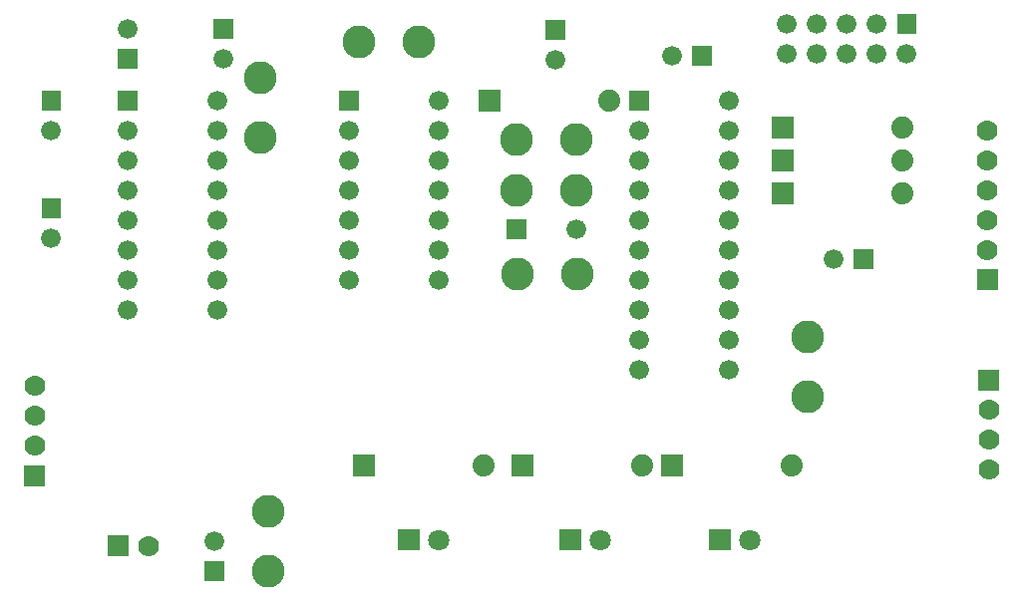
<source format=gts>
G04 start of page 7 for group -4063 idx -4063 *
G04 Title: (unknown), componentmask *
G04 Creator: pcb 20110918 *
G04 CreationDate: Wed 29 Oct 2014 08:53:53 GMT UTC *
G04 For: ksarkies *
G04 Format: Gerber/RS-274X *
G04 PCB-Dimensions: 350000 210000 *
G04 PCB-Coordinate-Origin: lower left *
%MOIN*%
%FSLAX25Y25*%
%LNTOPMASK*%
%ADD69C,0.0710*%
%ADD68C,0.0700*%
%ADD67C,0.1100*%
%ADD66C,0.0740*%
%ADD65C,0.0660*%
%ADD64C,0.0001*%
G54D64*G36*
X217200Y173800D02*Y167200D01*
X223800D01*
Y173800D01*
X217200D01*
G37*
G54D65*X220500Y160500D03*
Y150500D03*
Y140500D03*
Y130500D03*
G54D64*G36*
X264800Y154200D02*Y146800D01*
X272200D01*
Y154200D01*
X264800D01*
G37*
G54D65*X250500Y150500D03*
Y160500D03*
Y170500D03*
G54D64*G36*
X264800Y165200D02*Y157800D01*
X272200D01*
Y165200D01*
X264800D01*
G37*
G54D65*X220500Y120500D03*
X250500D03*
Y130500D03*
Y140500D03*
X270000Y196000D03*
Y186000D03*
G54D64*G36*
X264800Y143200D02*Y135800D01*
X272200D01*
Y143200D01*
X264800D01*
G37*
G54D66*X308500Y150500D03*
Y161500D03*
Y139500D03*
G54D64*G36*
X306700Y199300D02*Y192700D01*
X313300D01*
Y199300D01*
X306700D01*
G37*
G54D65*X310000Y186000D03*
X300000Y196000D03*
Y186000D03*
X290000Y196000D03*
Y186000D03*
X280000Y196000D03*
Y186000D03*
G54D64*G36*
X238200Y188800D02*Y182200D01*
X244800D01*
Y188800D01*
X238200D01*
G37*
G54D65*X231500Y185500D03*
G54D64*G36*
X189200Y197300D02*Y190700D01*
X195800D01*
Y197300D01*
X189200D01*
G37*
G54D65*X192500Y184000D03*
G54D67*X179500Y140500D03*
X199500D03*
G54D64*G36*
X176200Y130800D02*Y124200D01*
X182800D01*
Y130800D01*
X176200D01*
G37*
G54D65*X199500Y127500D03*
G54D66*X210500Y170500D03*
G54D67*X179500Y157500D03*
X199500D03*
G54D64*G36*
X334000Y80500D02*Y73500D01*
X341000D01*
Y80500D01*
X334000D01*
G37*
G54D68*X337500Y67000D03*
Y57000D03*
Y47000D03*
G54D65*X285500Y117500D03*
G54D67*X277000Y71500D03*
Y91500D03*
G54D64*G36*
X292200Y120800D02*Y114200D01*
X298800D01*
Y120800D01*
X292200D01*
G37*
G36*
X333500Y114000D02*Y107000D01*
X340500D01*
Y114000D01*
X333500D01*
G37*
G54D68*X337000Y120500D03*
Y130500D03*
Y140500D03*
Y150500D03*
Y160500D03*
G54D65*X220500Y110500D03*
X250500D03*
G54D67*X180000Y112500D03*
X200000D03*
G54D65*X123500Y110500D03*
X153500D03*
X220500Y100500D03*
X250500D03*
X220500Y90500D03*
Y80500D03*
X250500D03*
Y90500D03*
G54D64*G36*
X177800Y52200D02*Y44800D01*
X185200D01*
Y52200D01*
X177800D01*
G37*
G36*
X124800D02*Y44800D01*
X132200D01*
Y52200D01*
X124800D01*
G37*
G54D66*X168500Y48500D03*
G54D67*X96500Y33000D03*
Y13000D03*
G54D64*G36*
X227800Y52200D02*Y44800D01*
X235200D01*
Y52200D01*
X227800D01*
G37*
G54D66*X271500Y48500D03*
X221500D03*
G54D64*G36*
X243950Y27050D02*Y19950D01*
X251050D01*
Y27050D01*
X243950D01*
G37*
G54D69*X257500Y23500D03*
G54D64*G36*
X139950Y27050D02*Y19950D01*
X147050D01*
Y27050D01*
X139950D01*
G37*
G54D69*X153500Y23500D03*
G54D64*G36*
X193950Y27050D02*Y19950D01*
X201050D01*
Y27050D01*
X193950D01*
G37*
G54D69*X207500Y23500D03*
G54D64*G36*
X46200Y173800D02*Y167200D01*
X52800D01*
Y173800D01*
X46200D01*
G37*
G54D65*X49500Y160500D03*
G54D64*G36*
X20700Y173800D02*Y167200D01*
X27300D01*
Y173800D01*
X20700D01*
G37*
G54D65*X24000Y160500D03*
G54D64*G36*
X20700Y137800D02*Y131200D01*
X27300D01*
Y137800D01*
X20700D01*
G37*
G54D65*X24000Y124500D03*
G54D64*G36*
X15000Y48500D02*Y41500D01*
X22000D01*
Y48500D01*
X15000D01*
G37*
G54D68*X18500Y55000D03*
Y65000D03*
Y75000D03*
G54D64*G36*
X46200Y187800D02*Y181200D01*
X52800D01*
Y187800D01*
X46200D01*
G37*
G54D65*X49500Y194500D03*
G54D64*G36*
X43000Y25000D02*Y18000D01*
X50000D01*
Y25000D01*
X43000D01*
G37*
G54D68*X56500Y21500D03*
G54D65*X49500Y110500D03*
Y100500D03*
X79500D03*
Y110500D03*
X49500Y150500D03*
Y140500D03*
Y130500D03*
Y120500D03*
G54D67*X94000Y158000D03*
Y178000D03*
G54D65*X79500Y120500D03*
Y130500D03*
Y140500D03*
Y150500D03*
Y160500D03*
Y170500D03*
G54D64*G36*
X78200Y197800D02*Y191200D01*
X84800D01*
Y197800D01*
X78200D01*
G37*
G54D65*X81500Y184500D03*
G54D64*G36*
X75200Y16300D02*Y9700D01*
X81800D01*
Y16300D01*
X75200D01*
G37*
G54D65*X78500Y23000D03*
G54D64*G36*
X166800Y174200D02*Y166800D01*
X174200D01*
Y174200D01*
X166800D01*
G37*
G36*
X120200Y173800D02*Y167200D01*
X126800D01*
Y173800D01*
X120200D01*
G37*
G54D67*X127000Y190000D03*
G54D65*X123500Y160500D03*
Y150500D03*
Y140500D03*
Y130500D03*
Y120500D03*
X153500D03*
Y130500D03*
Y140500D03*
Y150500D03*
Y160500D03*
Y170500D03*
G54D67*X147000Y190000D03*
M02*

</source>
